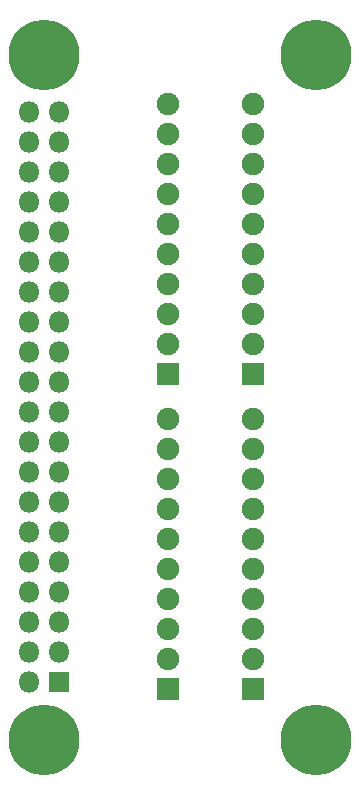
<source format=gbr>
G04 #@! TF.GenerationSoftware,KiCad,Pcbnew,(5.1.6)-1*
G04 #@! TF.CreationDate,2020-11-02T00:41:24+04:00*
G04 #@! TF.ProjectId,RPi3-screw-terminal-shiel,52506933-2d73-4637-9265-772d7465726d,rev?*
G04 #@! TF.SameCoordinates,Original*
G04 #@! TF.FileFunction,Soldermask,Top*
G04 #@! TF.FilePolarity,Negative*
%FSLAX46Y46*%
G04 Gerber Fmt 4.6, Leading zero omitted, Abs format (unit mm)*
G04 Created by KiCad (PCBNEW (5.1.6)-1) date 2020-11-02 00:41:24*
%MOMM*%
%LPD*%
G01*
G04 APERTURE LIST*
%ADD10C,1.900000*%
%ADD11R,1.900000X1.900000*%
%ADD12C,6.000000*%
%ADD13O,1.800000X1.800000*%
%ADD14R,1.800000X1.800000*%
G04 APERTURE END LIST*
D10*
G04 #@! TO.C,J3*
X109500000Y-43040000D03*
X109500000Y-45580000D03*
X109500000Y-48120000D03*
X109500000Y-50660000D03*
X109500000Y-53200000D03*
X109500000Y-55740000D03*
X109500000Y-58280000D03*
X109500000Y-60820000D03*
X109500000Y-63360000D03*
D11*
X109500000Y-65900000D03*
G04 #@! TD*
D10*
G04 #@! TO.C,J5*
X102300000Y-43040000D03*
X102300000Y-45580000D03*
X102300000Y-48120000D03*
X102300000Y-50660000D03*
X102300000Y-53200000D03*
X102300000Y-55740000D03*
X102300000Y-58280000D03*
X102300000Y-60820000D03*
X102300000Y-63360000D03*
D11*
X102300000Y-65900000D03*
G04 #@! TD*
D10*
G04 #@! TO.C,J2*
X109500000Y-69700000D03*
X109500000Y-72240000D03*
X109500000Y-74780000D03*
X109500000Y-77320000D03*
X109500000Y-79860000D03*
X109500000Y-82400000D03*
X109500000Y-84940000D03*
X109500000Y-87480000D03*
X109500000Y-90020000D03*
D11*
X109500000Y-92560000D03*
G04 #@! TD*
G04 #@! TO.C,J4*
X102300000Y-92560000D03*
D10*
X102300000Y-90020000D03*
X102300000Y-87480000D03*
X102300000Y-84940000D03*
X102300000Y-82400000D03*
X102300000Y-79860000D03*
X102300000Y-77320000D03*
X102300000Y-74780000D03*
X102300000Y-72240000D03*
X102300000Y-69700000D03*
G04 #@! TD*
D12*
G04 #@! TO.C,J1*
X91830000Y-38870000D03*
X114830000Y-96870000D03*
X114830000Y-38870000D03*
X91830000Y-96870000D03*
D13*
X90560000Y-43740000D03*
X93100000Y-43740000D03*
X90560000Y-61520000D03*
X93100000Y-61520000D03*
X90560000Y-66600000D03*
X93100000Y-66600000D03*
X90560000Y-56440000D03*
X93100000Y-56440000D03*
X90560000Y-84380000D03*
X93100000Y-84380000D03*
X90560000Y-53900000D03*
X93100000Y-53900000D03*
X90560000Y-71680000D03*
X93100000Y-71680000D03*
X90560000Y-48820000D03*
X93100000Y-48820000D03*
X90560000Y-51360000D03*
X93100000Y-51360000D03*
X90560000Y-46280000D03*
X93100000Y-46280000D03*
X90560000Y-69140000D03*
X93100000Y-69140000D03*
X90560000Y-81840000D03*
X93100000Y-81840000D03*
X90560000Y-76760000D03*
X93100000Y-76760000D03*
X90560000Y-58980000D03*
X93100000Y-58980000D03*
X90560000Y-79300000D03*
X93100000Y-79300000D03*
X90560000Y-64060000D03*
X93100000Y-64060000D03*
D14*
X93100000Y-92000000D03*
D13*
X90560000Y-92000000D03*
X93100000Y-86920000D03*
X90560000Y-89460000D03*
X90560000Y-74220000D03*
X93100000Y-74220000D03*
X93100000Y-89460000D03*
X90560000Y-86920000D03*
G04 #@! TD*
M02*

</source>
